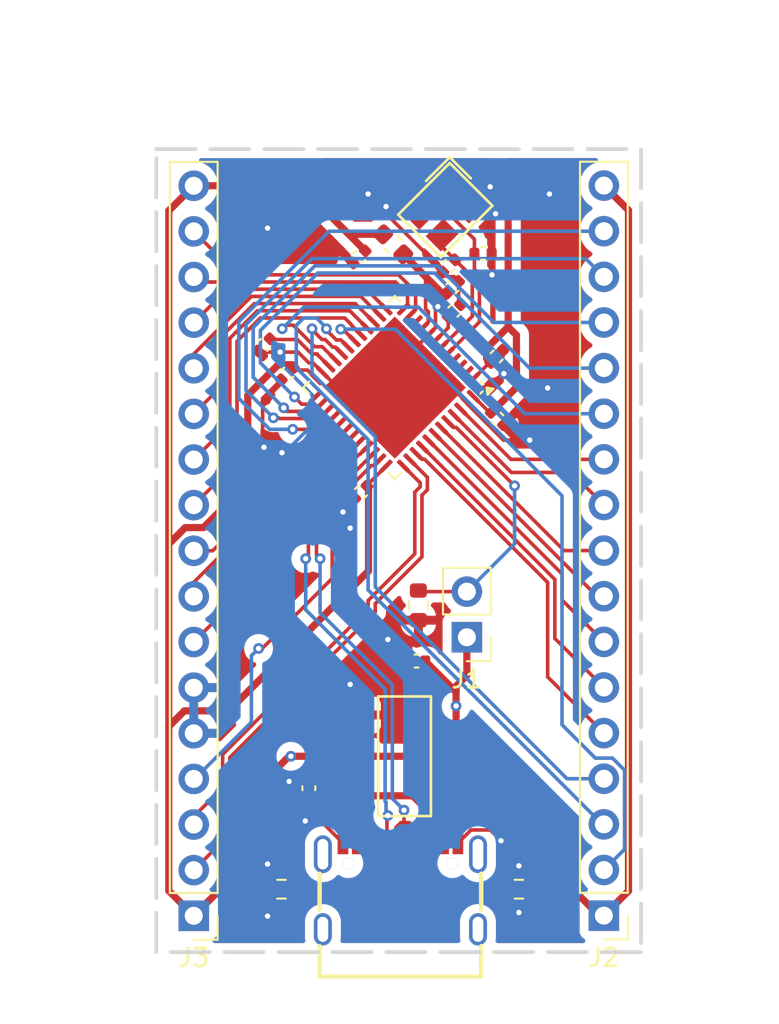
<source format=kicad_pcb>
(kicad_pcb (version 20240108) (generator "pcbnew") (generator_version "8.0")
  (layers (0 "F.Cu" signal) (31 "B.Cu" signal) (34 "B.Paste" user) (35 "F.Paste" user) (36 "B.SilkS" user "B.Silkscreen") (37 "F.SilkS" user "F.Silkscreen") (38 "B.Mask" user) (39 "F.Mask" user) (44 "Edge.Cuts" user))
  (net 0 "")
  (net 1 "GND")
  (net 2 "+3V3")
  (net 3 "+3.3VA")
  (net 4 "/XOT")
  (net 5 "/XIN")
  (net 6 "+5V")
  (net 7 "Net-(J1-Pin_2)")
  (net 8 "Net-(J2-Pin_2)")
  (net 9 "Net-(J2-Pin_10)")
  (net 10 "Net-(J2-Pin_14)")
  (net 11 "Net-(J2-Pin_7)")
  (net 12 "Net-(J2-Pin_5)")
  (net 13 "Net-(J2-Pin_13)")
  (net 14 "Net-(J2-Pin_6)")
  (net 15 "Net-(J2-Pin_12)")
  (net 16 "Net-(J2-Pin_8)")
  (net 17 "Net-(J2-Pin_4)")
  (net 18 "Net-(J2-Pin_9)")
  (net 19 "Net-(J2-Pin_15)")
  (net 20 "Net-(J2-Pin_16)")
  (net 21 "Net-(J2-Pin_11)")
  (net 22 "Net-(J2-Pin_3)")
  (net 23 "Net-(J3-Pin_12)")
  (net 24 "Net-(J3-Pin_10)")
  (net 25 "Net-(J3-Pin_2)")
  (net 26 "Net-(J3-Pin_9)")
  (net 27 "Net-(J3-Pin_8)")
  (net 28 "Net-(J3-Pin_16)")
  (net 29 "Net-(J3-Pin_11)")
  (net 30 "Net-(J3-Pin_3)")
  (net 31 "Net-(J3-Pin_4)")
  (net 32 "Net-(J3-Pin_14)")
  (net 33 "Net-(J3-Pin_15)")
  (net 34 "Net-(J3-Pin_7)")
  (net 35 "Net-(J3-Pin_13)")
  (net 36 "Net-(U3-CC2)")
  (net 37 "Net-(U3-CC1)")
  (net 39 "/USBD-")
  (net 41 "/USBD+")
  (net 46 "Net-(U4-NRST)")
  (net 47 "Net-(U4-VCAP1)")
  (footprint "Capacitor_SMD:C_0402_1005Metric" (layer "F.Cu") (at 104.4 90.9 -135)
    (property "Reference" "C2" (hide yes))
    (property "Value" "100nF")
  )
  (footprint "Connector_PinHeader_2.54mm:PinHeader_1x17_P2.54mm_Vertical" (layer "F.Cu") (at 95.089776 114.480951 180)
    (property "Reference" "J3")
    (property "Value" "Conn_01x17_Pin")
  )
  (footprint "Capacitor_SMD:C_0402_1005Metric" (layer "F.Cu") (at 107.5 100.3 180)
    (property "Reference" "C12" (hide yes))
    (property "Value" "20uF")
  )
  (footprint "Connector_PinHeader_2.54mm:PinHeader_1x02_P2.54mm_Vertical" (layer "F.Cu") (at 110.3 98.975 180)
    (property "Reference" "J1")
    (property "Value" "Conn_01x02_Pin")
  )
  (footprint "Capacitor_SMD:C_0402_1005Metric" (layer "F.Cu") (at 109.6 80.8 45)
    (property "Reference" "C1" (hide yes))
    (property "Value" "100nF")
  )
  (footprint "Capacitor_SMD:C_0402_1005Metric" (layer "F.Cu") (at 109.5 79.5 45)
    (property "Reference" "C7" (hide yes))
    (property "Value" "100nF")
  )
  (footprint "Capacitor_SMD:C_0402_1005Metric" (layer "F.Cu") (at 109.3 78.3 -135)
    (property "Reference" "C8" (hide yes))
    (property "Value" "13pF")
  )
  (footprint "az1117:SOT-223-3_L6.5-W3.4-P2.30-LS7.0-BR" (layer "F.Cu") (at 106.73 105.6 180)
    (property "Reference" "U2" (hide yes))
    (property "Value" "AZ1117H-3.3TRG1")
  )
  (footprint "Capacitor_SMD:C_0402_1005Metric" (layer "F.Cu") (at 112 86.8 -45)
    (property "Reference" "C4" (hide yes))
    (property "Value" "100nF")
  )
  (footprint "Capacitor_SMD:C_0402_1005Metric" (layer "F.Cu") (at 104.3 77.8 -135)
    (property "Reference" "C6" (hide yes))
    (property "Value" "100nF")
  )
  (footprint "Inductor_SMD:L_0603_1608Metric" (layer "F.Cu") (at 106.2 77.1 135)
    (property "Reference" "L1" (hide yes))
    (property "Value" "3nH")
  )
  (footprint "Capacitor_SMD:C_0402_1005Metric" (layer "F.Cu") (at 99 82.7 -135)
    (property "Reference" "C13" (hide yes))
    (property "Value" "4.7uF")
  )
  (footprint "x32:CRYSTAL-SMD_4P-L3.2-W2.5-BL" (layer "F.Cu") (at 109.1 75.2 -135)
    (property "Reference" "X1" (hide yes))
    (property "Value" "X322512MSB4SI")
  )
  (footprint "Capacitor_SMD:C_0402_1005Metric" (layer "F.Cu") (at 101.5 107.38 90)
    (property "Reference" "C11" (hide yes))
    (property "Value" "10uF")
  )
  (footprint "Capacitor_SMD:C_0402_1005Metric" (layer "F.Cu") (at 111.960589 83.339411 45)
    (property "Reference" "C5" (hide yes))
    (property "Value" "100nF")
  )
  (footprint "gt-usb-7010:USB-C-SMD_G-SWITCH_GT-USB-7010ASV" (layer "F.Cu") (at 106.6 112.8325)
    (property "Reference" "U3" (hide yes))
    (property "Value" "GT-USB-7010ASV")
  )
  (footprint "Capacitor_SMD:C_0402_1005Metric" (layer "F.Cu") (at 111.2 77.6)
    (property "Reference" "C9" (hide yes))
    (property "Value" "13pF")
  )
  (footprint "Resistor_SMD:R_0603_1608Metric" (layer "F.Cu") (at 113.2 113)
    (property "Reference" "R1" (hide yes))
    (property "Value" "5K1")
  )
  (footprint "Package_DFN_QFN:QFN-48-1EP_7x7mm_P0.5mm_EP5.6x5.6mm" (layer "F.Cu") (at 106.286136 85.075223 -135)
    (property "Reference" "U4" (hide yes))
    (property "Value" "STM32F411CCUx")
  )
  (footprint "Resistor_SMD:R_0603_1608Metric" (layer "F.Cu") (at 99.975 113 180)
    (property "Reference" "R3" (hide yes))
    (property "Value" "5K1")
  )
  (footprint "Resistor_SMD:R_0603_1608Metric" (layer "F.Cu") (at 107.6 97.2 -90)
    (property "Reference" "R2" (hide yes))
    (property "Value" "10K")
  )
  (footprint "Capacitor_SMD:C_0402_1005Metric" (layer "F.Cu") (at 100.3 84.3 -135)
    (property "Reference" "C3" (hide yes))
    (property "Value" "100nF")
  )
  (footprint "Connector_PinHeader_2.54mm:PinHeader_1x17_P2.54mm_Vertical" (layer "F.Cu") (at 117.929776 114.470951 180)
    (property "Reference" "J2")
    (property "Value" "Conn_01x17_Pin")
  )
  (gr_rect (start 93 71.8) (end 120 116.5) (stroke (width 0.2) (type dash)) (fill none) (layer "Edge.Cuts"))
  (segment (start 98.660589 83.039411) (end 98.721178 83.1) (width 0.2) (layer "F.Cu") (net 1))
  (segment (start 110.53 109.7025) (end 111.6025 109.7025) (width 0.2) (layer "F.Cu") (net 1))
  (segment (start 105.126917 89.416423) (end 105.446447 89.096893) (width 0.2) (layer "F.Cu") (net 1))
  (segment (start 101.5 83.7) (end 100.9 83.1) (width 0.2) (layer "F.Cu") (net 1))
  (segment (start 111.68 77.6) (end 111.68 75.62) (width 0.2) (layer "F.Cu") (net 1))
  (segment (start 98.92718 88.32718) (end 98.92718 85.67282) (width 0.2) (layer "F.Cu") (net 1))
  (segment (start 103.3 91.101918) (end 104.985495 89.416423) (width 0.2) (layer "F.Cu") (net 1))
  (segment (start 110.478858 75.023223) (end 110.478858 75.021142) (width 0.2) (layer "F.Cu") (net 1))
  (segment (start 109.221178 78.9) (end 108.960589 78.639411) (width 0.2) (layer "F.Cu") (net 1))
  (segment (start 109.839411 79.160589) (end 109.578822 78.9) (width 0.2) (layer "F.Cu") (net 1))
  (segment (start 105.8 75.4) (end 105.8 75) (width 0.2) (layer "F.Cu") (net 1))
  (segment (start 99 88.4) (end 98.92718 88.32718) (width 0.2) (layer "F.Cu") (net 1))
  (segment (start 112.33733 88) (end 113.8 88) (width 0.2) (layer "F.Cu") (net 1))
  (segment (start 102.264466 84.235534) (end 103.104155 85.075223) (width 0.2) (layer "F.Cu") (net 1))
  (segment (start 104.060589 92.639411) (end 104.060589 91.239411) (width 0.2) (layer "F.Cu") (net 1))
  (segment (start 108.960589 78.639411) (end 108.960589 78.560589) (width 0.2) (layer "F.Cu") (net 1))
  (segment (start 108.186485 82.114213) (end 106.286136 84.014562) (width 0.2) (layer "F.Cu") (net 1))
  (segment (start 109.839411 80.360589) (end 109.839411 79.160589) (width 0.2) (layer "F.Cu") (net 1))
  (segment (start 102.1675 109.2) (end 101.3 109.2) (width 0.2) (layer "F.Cu") (net 1))
  (segment (start 102.264466 84.235534) (end 101.728932 83.7) (width 0.2) (layer "F.Cu") (net 1))
  (segment (start 110.307806 85.970476) (end 112.33733 88) (width 0.2) (layer "F.Cu") (net 1))
  (segment (start 103.3 91.9) (end 103.3 91.101918) (width 0.2) (layer "F.Cu") (net 1))
  (segment (start 103.104155 85.075223) (end 106.286136 85.075223) (width 0.2) (layer "F.Cu") (net 1))
  (segment (start 111.6025 109.7025) (end 112.2 110.3) (width 0.2) (layer "F.Cu") (net 1))
  (segment (start 109.578822 78.9) (end 109.221178 78.9) (width 0.2) (layer "F.Cu") (net 1))
  (segment (start 111.68 75.62) (end 111.9 75.4) (width 0.2) (layer "F.Cu") (net 1))
  (segment (start 108.552463 80.702026) (end 108.552463 81.748235) (width 0.2) (layer "F.Cu") (net 1))
  (segment (start 110.478858 75.021142) (end 111.6 73.9) (width 0.2) (layer "F.Cu") (net 1))
  (segment (start 101.728932 83.7) (end 101.5 83.7) (width 0.2) (layer "F.Cu") (net 1))
  (segment (start 103.4 92) (end 103.3 91.9) (width 0.2) (layer "F.Cu") (net 1))
  (segment (start 112.3 84.238053) (end 112.361947 84.3) (width 0.2) (layer "F.Cu") (net 1))
  (segment (start 108.684441 80.570048) (end 108.552463 80.702026) (width 0.2) (layer "F.Cu") (net 1))
  (segment (start 103.8 92.9) (end 104.060589 92.639411) (width 0.2) (layer "F.Cu") (net 1))
  (segment (start 112.3 83) (end 112.3 84.238053) (width 0.2) (layer "F.Cu") (net 1))
  (segment (start 109.468117 85.075223) (end 106.286136 85.075223) (width 0.2) (layer "F.Cu") (net 1))
  (segment (start 110.307806 85.914912) (end 110.307806 85.970476) (width 0.2) (layer "F.Cu") (net 1))
  (segment (start 108.960589 78.560589) (end 105.8 75.4) (width 0.2) (layer "F.Cu") (net 1))
  (segment (start 106.286136 84.014562) (end 106.286136 85.075223) (width 0.2) (layer "F.Cu") (net 1))
  (segment (start 110.307806 85.914912) (end 109.468117 85.075223) (width 0.2) (layer "F.Cu") (net 1))
  (segment (start 109.8 110.4325) (end 110.53 109.7025) (width 0.2) (layer "F.Cu") (net 1))
  (segment (start 98.92718 85.67282) (end 99.960589 84.639411) (width 0.2) (layer "F.Cu") (net 1))
  (segment (start 100.9 83.1) (end 99.9 83.1) (width 0.2) (layer "F.Cu") (net 1))
  (segment (start 104.985495 89.416423) (end 105.126917 89.416423) (width 0.2) (layer "F.Cu") (net 1))
  (segment (start 103.4 110.4325) (end 102.1675 109.2) (width 0.2) (layer "F.Cu") (net 1))
  (segment (start 108.552463 81.748235) (end 108.186485 82.114213) (width 0.2) (layer "F.Cu") (net 1))
  (segment (start 98.721178 83.1) (end 99.9 83.1) (width 0.2) (layer "F.Cu") (net 1))
  (segment (start 109.939411 80.460589) (end 109.839411 80.360589) (width 0.2) (layer "F.Cu") (net 1))
  (via (at 111.7 78.8) (size 0.6) (drill 0.3) (layers "F.Cu" "B.Cu") (net 1))
  (via (at 101.3 109.2) (size 0.6) (drill 0.3) (layers "F.Cu" "B.Cu") (net 1))
  (via (at 114.8 85.1) (size 0.6) (drill 0.3) (layers "F.Cu" "B.Cu") (net 1))
  (via (at 113.2 114.3) (size 0.6) (drill 0.3) (layers "F.Cu" "B.Cu") (net 1))
  (via (at 111.9 75.4) (size 0.6) (drill 0.3) (layers "F.Cu" "B.Cu") (net 1))
  (via (at 114.9 74.3) (size 0.6) (drill 0.3) (layers "F.Cu" "B.Cu") (net 1))
  (via (at 100 88.7) (size 0.6) (drill 0.3) (layers "F.Cu" "B.Cu") (net 1))
  (via (at 103.4 92) (size 0.6) (drill 0.3) (layers "F.Cu" "B.Cu") (net 1))
  (via (at 108.684441 80.570048) (size 0.6) (drill 0.3) (layers "F.Cu" "B.Cu") (net 1))
  (via (at 112.361947 84.3) (size 0.6) (drill 0.3) (layers "F.Cu" "B.Cu") (net 1))
  (via (at 111.6 73.9) (size 0.6) (drill 0.3) (layers "F.Cu" "B.Cu") (net 1))
  (via (at 103.8 92.9) (size 0.6) (drill 0.3) (layers "F.Cu" "B.Cu") (net 1))
  (via (at 100.4 107) (size 0.6) (drill 0.3) (layers "F.Cu" "B.Cu") (net 1))
  (via (at 112.2 110.3) (size 0.6) (drill 0.3) (layers "F.Cu" "B.Cu") (net 1))
  (via (at 105.8 75) (size 0.6) (drill 0.3) (layers "F.Cu" "B.Cu") (net 1))
  (via (at 104.8 74.3) (size 0.6) (drill 0.3) (layers "F.Cu" "B.Cu") (net 1))
  (via (at 99.2 76.2) (size 0.6) (drill 0.3) (layers "F.Cu" "B.Cu") (net 1))
  (via (at 113.8 88) (size 0.6) (drill 0.3) (layers "F.Cu" "B.Cu") (net 1))
  (via (at 99.2 111.6) (size 0.6) (drill 0.3) (layers "F.Cu" "B.Cu") (net 1))
  (via (at 103.8 101.6) (size 0.6) (drill 0.3) (layers "F.Cu" "B.Cu") (net 1))
  (via (at 113.2 111.7) (size 0.6) (drill 0.3) (layers "F.Cu" "B.Cu") (net 1))
  (via (at 105.9 99.1) (size 0.6) (drill 0.3) (layers "F.Cu" "B.Cu") (net 1))
  (via (at 99.9 83.1) (size 0.6) (drill 0.3) (layers "F.Cu" "B.Cu") (net 1))
  (via (at 99.2 114.5) (size 0.6) (drill 0.3) (layers "F.Cu" "B.Cu") (net 1))
  (via (at 99 88.4) (size 0.6) (drill 0.3) (layers "F.Cu" "B.Cu") (net 1))
  (segment (start 112.361947 84.247554) (end 112.361947 84.3) (width 0.2) (layer "B.Cu") (net 1))
  (segment (start 101.7 85.5) (end 101.7 87.148529) (width 0.2) (layer "B.Cu") (net 1))
  (segment (start 113.161947 85.1) (end 114.8 85.1) (width 0.2) (layer "B.Cu") (net 1))
  (segment (start 112.361947 84.3) (end 113.161947 85.1) (width 0.2) (layer "B.Cu") (net 1))
  (segment (start 101.7 87.148529) (end 100.148529 88.7) (width 0.2) (layer "B.Cu") (net 1))
  (segment (start 100.148529 88.7) (end 100 88.7) (width 0.2) (layer "B.Cu") (net 1))
  (segment (start 99.9 83.1) (end 99.9 83.7) (width 0.2) (layer "B.Cu") (net 1))
  (segment (start 99.9 83.7) (end 101.7 85.5) (width 0.2) (layer "B.Cu") (net 1))
  (segment (start 109.7 105.6) (end 109.7 102.8) (width 0.4) (layer "F.Cu") (net 2))
  (segment (start 98.09988 85.496028) (end 99.795908 83.8) (width 0.4) (layer "F.Cu") (net 2))
  (segment (start 100.5 105.6) (end 100.4 105.6) (width 0.4) (layer "F.Cu") (net 2))
  (segment (start 104.739411 90.511035) (end 105.8 89.450446) (width 0.2) (layer "F.Cu") (net 2))
  (segment (start 104.822536 90.643714) (end 104.739411 90.560589) (width 0.4) (layer "F.Cu") (net 2))
  (segment (start 101.019773 73.840951) (end 103.639411 76.460589) (width 0.4) (layer "F.Cu") (net 2))
  (segment (start 97.4 112.2) (end 97.370727 112.2) (width 0.4) (layer "F.Cu") (net 2))
  (segment (start 103.76 105.6) (end 109.7 105.6) (width 0.4) (layer "F.Cu") (net 2))
  (segment (start 111.401975 82.893933) (end 111.401975 83.459619) (width 0.4) (layer "F.Cu") (net 2))
  (segment (start 93.7 103.2) (end 93.7 93.8) (width 0.4) (layer "F.Cu") (net 2))
  (segment (start 103.721975 76.543153) (end 103.639411 76.460589) (width 0.4) (layer "F.Cu") (net 2))
  (segment (start 95.089776 73.840951) (end 101.019773 73.840951) (width 0.4) (layer "F.Cu") (net 2))
  (segment (start 93.7 93.8) (end 93.7 75.230727) (width 0.4) (layer "F.Cu") (net 2))
  (segment (start 109.7 101.7) (end 110.3 101.1) (width 0.4) (layer "F.Cu") (net 2))
  (segment (start 111.401975 83.459619) (end 111.621178 83.678822) (width 0.4) (layer "F.Cu") (net 2))
  (segment (start 111.560589 86.460589) (end 110.661359 85.561359) (width 0.2) (layer "F.Cu") (net 2))
  (segment (start 113.061947 85.059231) (end 111.660589 86.460589) (width 0.4) (layer "F.Cu") (net 2))
  (segment (start 110.3 101.1) (end 110.3 98.975) (width 0.4) (layer "F.Cu") (net 2))
  (segment (start 93.7 113.091175) (end 93.7 103.2) (width 0.4) (layer "F.Cu") (net 2))
  (segment (start 95.629049 92.870951) (end 98.09988 90.40012) (width 0.4) (layer "F.Cu") (net 2))
  (segment (start 98.09988 90.40012) (end 98.09988 85.496028) (width 0.4) (layer "F.Cu") (net 2))
  (segment (start 97.036156 103.070951) (end 104.822536 95.284571) (width 0.4) (layer "F.Cu") (net 2))
  (segment (start 94.612009 92.870951) (end 95.629049 92.870951) (width 0.4) (layer "F.Cu") (net 2))
  (segment (start 103.639411 76.460589) (end 104.639411 77.460589) (width 0.4) (layer "F.Cu") (net 2))
  (segment (start 102.358821 72.501903) (end 111.501903 72.501903) (width 0.4) (layer "F.Cu") (net 2))
  (segment (start 94.572009 103.070951) (end 97.036156 103.070951) (width 0.4) (layer "F.Cu") (net 2))
  (segment (start 101.019773 73.840951) (end 102.358821 72.501903) (width 0.4) (layer "F.Cu") (net 2))
  (segment (start 111.501903 72.501903) (end 112.6 73.6) (width 0.4) (layer "F.Cu") (net 2))
  (segment (start 100.478822 83.8) (end 100.639411 83.960589) (width 0.4) (layer "F.Cu") (net 2))
  (segment (start 93.7 103.94296) (end 94.572009 103.070951) (width 0.4) (layer "F.Cu") (net 2))
  (segment (start 113.061947 82.157855) (end 113.061947 85.059231) (width 0.4) (layer "F.Cu") (net 2))
  (segment (start 103.76 105.6) (end 100.5 105.6) (width 0.4) (layer "F.Cu") (net 2))
  (segment (start 100.778822 84.1) (end 100.639411 83.960589) (width 0.2) (layer "F.Cu") (net 2))
  (segment (start 109.7 102.8) (end 109.7 102.02) (width 0.4) (layer "F.Cu") (net 2))
  (segment (start 95.089776 114.480951) (end 93.7 113.091175) (width 0.4) (layer "F.Cu") (net 2))
  (segment (start 100.4 105.6) (end 97.4 108.6) (width 0.4) (layer "F.Cu") (net 2))
  (segment (start 101.421826 84.1) (end 100.778822 84.1) (width 0.2) (layer "F.Cu") (net 2))
  (segment (start 112.6 73.6) (end 112.6 81.695908) (width 0.4) (layer "F.Cu") (net 2))
  (segment (start 105.643153 76.543153) (end 103.721975 76.543153) (width 0.4) (layer "F.Cu") (net 2))
  (segment (start 111.571624 83.678822) (end 110.661359 84.589087) (width 0.2) (layer "F.Cu") (net 2))
  (segment (start 104.822536 95.284571) (end 104.822536 90.643714) (width 0.4) (layer "F.Cu") (net 2))
  (segment (start 99.795908 83.8) (end 100.478822 83.8) (width 0.4) (layer "F.Cu") (net 2))
  (segment (start 93.7 75.230727) (end 95.089776 73.840951) (width 0.4) (layer "F.Cu") (net 2))
  (segment (start 104.739411 90.560589) (end 104.739411 90.511035) (width 0.2) (layer "F.Cu") (net 2))
  (segment (start 97.4 108.6) (end 97.4 112.2) (width 0.4) (layer "F.Cu") (net 2))
  (segment (start 112.6 81.695908) (end 113.061947 82.157855) (width 0.4) (layer "F.Cu") (net 2))
  (segment (start 93.7 93.78296) (end 94.612009 92.870951) (width 0.4) (layer "F.Cu") (net 2))
  (segment (start 111.621178 83.678822) (end 111.571624 83.678822) (width 0.2) (layer "F.Cu") (net 2))
  (segment (start 93.7 104.1) (end 93.7 103.94296) (width 0.4) (layer "F.Cu") (net 2))
  (segment (start 101.910913 84.589087) (end 101.421826 84.1) (width 0.2) (layer "F.Cu") (net 2))
  (segment (start 93.7 93.8) (end 93.7 93.78296) (width 0.4) (layer "F.Cu") (net 2))
  (segment (start 109.7 102.02) (end 109.7 101.7) (width 0.4) (layer "F.Cu") (net 2))
  (segment (start 97.370727 112.2) (end 95.089776 114.480951) (width 0.4) (layer "F.Cu") (net 2))
  (segment (start 111.660589 86.460589) (end 111.560589 86.460589) (width 0.2) (layer "F.Cu") (net 2))
  (segment (start 109.7 102.02) (end 107.98 100.3) (width 0.4) (layer "F.Cu") (net 2))
  (segment (start 112.6 81.695908) (end 111.401975 82.893933) (width 0.4) (layer "F.Cu") (net 2))
  (via (at 109.7 102.8) (size 0.6) (drill 0.3) (layers "F.Cu" "B.Cu") (net 2))
  (via (at 100.5 105.6) (size 0.6) (drill 0.3) (layers "F.Cu" "B.Cu") (net 2))
  (segment (start 106.756847 77.656847) (end 108 78.9) (width 0.4) (layer "F.Cu") (net 3))
  (segment (start 108.152463 81.441129) (end 108.152463 80.847537) (width 0.2) (layer "F.Cu") (net 3))
  (segment (start 108.939411 79.839411) (end 109.160589 79.839411) (width 0.4) (layer "F.Cu") (net 3))
  (segment (start 108 78.9) (end 108.939411 79.839411) (width 0.4) (layer "F.Cu") (net 3))
  (segment (start 108 80.695074) (end 108 78.9) (width 0.2) (layer "F.Cu") (net 3))
  (segment (start 107.832932 81.76066) (end 108.152463 81.441129) (width 0.2) (layer "F.Cu") (net 3))
  (segment (start 108.152463 80.847537) (end 108 80.695074) (width 0.2) (layer "F.Cu") (net 3))
  (segment (start 108.893592 82.82132) (end 110.6 81.114912) (width 0.2) (layer "F.Cu") (net 4))
  (segment (start 108.923223 77.244401) (end 108.923223 76.578858) (width 0.2) (layer "F.Cu") (net 4))
  (segment (start 110.6 78.921178) (end 108.923223 77.244401) (width 0.2) (layer "F.Cu") (net 4))
  (segment (start 110.6 81.114912) (end 110.6 78.921178) (width 0.2) (layer "F.Cu") (net 4))
  (segment (start 110.72 78.475492) (end 110.72 76.82) (width 0.2) (layer "F.Cu") (net 5))
  (segment (start 108.9 74.197919) (end 109.276777 73.821142) (width 0.2) (layer "F.Cu") (net 5))
  (segment (start 108.9 75) (end 108.9 74.197919) (width 0.2) (layer "F.Cu") (net 5))
  (segment (start 111 81.42202) (end 111 78.755492) (width 0.2) (layer "F.Cu") (net 5))
  (segment (start 109.247146 83.174874) (end 111 81.42202) (width 0.2) (layer "F.Cu") (net 5))
  (segment (start 110.72 76.82) (end 108.9 75) (width 0.2) (layer "F.Cu") (net 5))
  (segment (start 111 78.755492) (end 110.72 78.475492) (width 0.2) (layer "F.Cu") (net 5))
  (segment (start 109 109.5125) (end 109.4125 109.1) (width 0.4) (layer "F.Cu") (net 6))
  (segment (start 103.859999 107.8) (end 107.2875 107.8) (width 0.4) (layer "F.Cu") (net 6))
  (segment (start 103.759999 107.9) (end 101.68 107.9) (width 0.4) (layer "F.Cu") (net 6))
  (segment (start 109.4125 109.1) (end 112.3 109.1) (width 0.4) (layer "F.Cu") (net 6))
  (segment (start 104.2 108.340001) (end 104.2 110.4325) (width 0.4) (layer "F.Cu") (net 6))
  (segment (start 112.3 109.1) (end 117.670951 114.470951) (width 0.4) (layer "F.Cu") (net 6))
  (segment (start 107.2875 107.8) (end 109 109.5125) (width 0.4) (layer "F.Cu") (net 6))
  (segment (start 117.670951 114.470951) (end 117.929776 114.470951) (width 0.4) (layer "F.Cu") (net 6))
  (segment (start 109 109.5125) (end 109 110.4325) (width 0.4) (layer "F.Cu") (net 6))
  (segment (start 103.759999 107.9) (end 103.859999 107.8) (width 0.4) (layer "F.Cu") (net 6))
  (segment (start 117.929776 114.470951) (end 119.3 113.100727) (width 0.4) (layer "F.Cu") (net 6))
  (segment (start 119.3 75.201175) (end 117.929776 73.830951) (width 0.4) (layer "F.Cu") (net 6))
  (segment (start 103.759999 107.9) (end 104.2 108.340001) (width 0.4) (layer "F.Cu") (net 6))
  (segment (start 119.3 113.100727) (end 119.3 75.201175) (width 0.4) (layer "F.Cu") (net 6))
  (segment (start 109.708097 87.295103) (end 109.566677 87.295103) (width 0.2) (layer "F.Cu") (net 7))
  (segment (start 110.3 96.435) (end 107.66 96.435) (width 0.2) (layer "F.Cu") (net 7))
  (segment (start 112.956497 90.543503) (end 109.708097 87.295103) (width 0.2) (layer "F.Cu") (net 7))
  (segment (start 109.566677 87.295103) (end 109.247146 86.975572) (width 0.2) (layer "F.Cu") (net 7))
  (segment (start 107.66 96.435) (end 107.6 96.375) (width 0.2) (layer "F.Cu") (net 7))
  (via (at 112.956497 90.543503) (size 0.6) (drill 0.3) (layers "F.Cu" "B.Cu") (net 7))
  (segment (start 112.956497 90.543503) (end 112.956497 93.778503) (width 0.2) (layer "B.Cu") (net 7))
  (segment (start 112.956497 93.778503) (end 110.3 96.435) (width 0.2) (layer "B.Cu") (net 7))
  (segment (start 103.27621 81.824739) (end 103.389205 81.824739) (width 0.2) (layer "F.Cu") (net 8))
  (segment (start 103.389205 81.824739) (end 104.032233 82.467767) (width 0.2) (layer "F.Cu") (net 8))
  (via (at 103.27621 81.824739) (size 0.6) (drill 0.3) (layers "F.Cu" "B.Cu") (net 8))
  (segment (start 115.6 103.847521) (end 117.45343 105.700951) (width 0.2) (layer "B.Cu") (net 8))
  (segment (start 106.324742 81.824742) (end 115.6 91.1) (width 0.2) (layer "B.Cu") (net 8))
  (segment (start 103.27621 81.824739) (end 103.276213 81.824742) (width 0.2) (layer "B.Cu") (net 8))
  (segment (start 103.276213 81.824742) (end 106.324742 81.824742) (width 0.2) (layer "B.Cu") (net 8))
  (segment (start 118.406122 105.700951) (end 119.079776 106.374605) (width 0.2) (layer "B.Cu") (net 8))
  (segment (start 115.6 91.1) (end 115.6 103.847521) (width 0.2) (layer "B.Cu") (net 8))
  (segment (start 119.079776 110.780951) (end 117.929776 111.930951) (width 0.2) (layer "B.Cu") (net 8))
  (segment (start 117.45343 105.700951) (end 118.406122 105.700951) (width 0.2) (layer "B.Cu") (net 8))
  (segment (start 119.079776 106.374605) (end 119.079776 110.780951) (width 0.2) (layer "B.Cu") (net 8))
  (segment (start 116.118825 89.8) (end 117.929776 91.610951) (width 0.2) (layer "F.Cu") (net 9))
  (segment (start 112.77868 89.8) (end 116.118825 89.8) (width 0.2) (layer "F.Cu") (net 9))
  (segment (start 109.600699 86.622019) (end 112.77868 89.8) (width 0.2) (layer "F.Cu") (net 9))
  (segment (start 101.779378 86.4) (end 102.264466 85.914912) (width 0.2) (layer "F.Cu") (net 10))
  (segment (start 100.1 86.2) (end 100.3 86.4) (width 0.2) (layer "F.Cu") (net 10))
  (segment (start 100.3 86.4) (end 101.779378 86.4) (width 0.2) (layer "F.Cu") (net 10))
  (via (at 100.1 86.2) (size 0.6) (drill 0.3) (layers "F.Cu" "B.Cu") (net 10))
  (segment (start 98.4 81.734314) (end 101.834314 78.3) (width 0.2) (layer "B.Cu") (net 10))
  (segment (start 101.834314 78.3) (end 108.665686 78.3) (width 0.2) (layer "B.Cu") (net 10))
  (segment (start 111.816636 81.450951) (end 117.929776 81.450951) (width 0.2) (layer "B.Cu") (net 10))
  (segment (start 108.9 78.534315) (end 111.816636 81.450951) (width 0.2) (layer "B.Cu") (net 10))
  (segment (start 100.1 86.2) (end 98.4 84.5) (width 0.2) (layer "B.Cu") (net 10))
  (segment (start 98.4 84.5) (end 98.4 81.734314) (width 0.2) (layer "B.Cu") (net 10))
  (segment (start 108.665686 78.3) (end 108.9 78.534315) (width 0.2) (layer "B.Cu") (net 10))
  (segment (start 115.6 96.901175) (end 117.929776 99.230951) (width 0.2) (layer "F.Cu") (net 11))
  (segment (start 115.6 95.449748) (end 115.6 96.901175) (width 0.2) (layer "F.Cu") (net 11))
  (segment (start 108.186485 88.036233) (end 115.6 95.449748) (width 0.2) (layer "F.Cu") (net 11))
  (segment (start 107.798909 89.062869) (end 107.940329 89.062869) (width 0.2) (layer "F.Cu") (net 12))
  (segment (start 107.940329 89.062869) (end 114.8 95.92254) (width 0.2) (layer "F.Cu") (net 12))
  (segment (start 107.479379 88.743339) (end 107.798909 89.062869) (width 0.2) (layer "F.Cu") (net 12))
  (segment (start 114.8 101.181175) (end 117.929776 104.310951) (width 0.2) (layer "F.Cu") (net 12))
  (segment (start 114.8 95.92254) (end 114.8 101.181175) (width 0.2) (layer "F.Cu") (net 12))
  (segment (start 100.7 85.6) (end 101.1 86) (width 0.2) (layer "F.Cu") (net 13))
  (segment (start 101.472272 86) (end 101.910913 85.561359) (width 0.2) (layer "F.Cu") (net 13))
  (segment (start 101.1 86) (end 101.472272 86) (width 0.2) (layer "F.Cu") (net 13))
  (via (at 100.7 85.6) (size 0.6) (drill 0.3) (layers "F.Cu" "B.Cu") (net 13))
  (segment (start 100.7 85.6) (end 98.8 83.7) (width 0.2) (layer "B.Cu") (net 13))
  (segment (start 108.5 78.7) (end 113.790951 83.990951) (width 0.2) (layer "B.Cu") (net 13))
  (segment (start 113.790951 83.990951) (end 117.929776 83.990951) (width 0.2) (layer "B.Cu") (net 13))
  (segment (start 98.8 83.7) (end 98.8 81.9) (width 0.2) (layer "B.Cu") (net 13))
  (segment (start 98.8 81.9) (end 102 78.7) (width 0.2) (layer "B.Cu") (net 13))
  (segment (start 102 78.7) (end 108.5 78.7) (width 0.2) (layer "B.Cu") (net 13))
  (segment (start 115.2 99.041175) (end 117.929776 101.770951) (width 0.2) (layer "F.Cu") (net 14))
  (segment (start 107.832932 88.389786) (end 115.2 95.756854) (width 0.2) (layer "F.Cu") (net 14))
  (segment (start 115.2 95.756854) (end 115.2 99.041175) (width 0.2) (layer "F.Cu") (net 14))
  (segment (start 100.62802 81.601358) (end 100.216734 81.601358) (width 0.2) (layer "F.Cu") (net 15))
  (segment (start 100.216734 81.601358) (end 100.016735 81.801357) (width 0.2) (layer "F.Cu") (net 15))
  (segment (start 102.971573 83.528427) (end 102.244504 82.801358) (width 0.2) (layer "F.Cu") (net 15))
  (segment (start 101.82802 82.801358) (end 100.62802 81.601358) (width 0.2) (layer "F.Cu") (net 15))
  (segment (start 102.244504 82.801358) (end 101.82802 82.801358) (width 0.2) (layer "F.Cu") (net 15))
  (via (at 100.016735 81.801357) (size 0.6) (drill 0.3) (layers "F.Cu" "B.Cu") (net 15))
  (segment (start 101.218092 80.6) (end 107.6 80.6) (width 0.2) (layer "B.Cu") (net 15))
  (segment (start 100.016735 81.801357) (end 101.218092 80.6) (width 0.2) (layer "B.Cu") (net 15))
  (segment (start 113.530951 86.530951) (end 117.929776 86.530951) (width 0.2) (layer "B.Cu") (net 15))
  (segment (start 107.6 80.6) (end 113.530951 86.530951) (width 0.2) (layer "B.Cu") (net 15))
  (segment (start 117.548311 96.690951) (end 117.929776 96.690951) (width 0.2) (layer "F.Cu") (net 16))
  (segment (start 108.540039 87.682679) (end 117.548311 96.690951) (width 0.2) (layer "F.Cu") (net 16))
  (segment (start 102.833577 82.824745) (end 102.974997 82.824745) (width 0.2) (layer "F.Cu") (net 17))
  (segment (start 101.876552 82.001363) (end 101.876552 82.049887) (width 0.2) (layer "F.Cu") (net 17))
  (segment (start 101.876552 82.049887) (end 102.228023 82.401358) (width 0.2) (layer "F.Cu") (net 17))
  (segment (start 101.676547 81.801358) (end 101.876552 82.001363) (width 0.2) (layer "F.Cu") (net 17))
  (segment (start 102.41019 82.401358) (end 102.833577 82.824745) (width 0.2) (layer "F.Cu") (net 17))
  (segment (start 102.228023 82.401358) (end 102.41019 82.401358) (width 0.2) (layer "F.Cu") (net 17))
  (segment (start 102.974997 82.824745) (end 103.325126 83.174874) (width 0.2) (layer "F.Cu") (net 17))
  (via (at 101.676547 81.801358) (size 0.6) (drill 0.3) (layers "F.Cu" "B.Cu") (net 17))
  (segment (start 105.2 87.8) (end 105.2 96.175) (width 0.2) (layer "B.Cu") (net 17))
  (segment (start 101.676547 84.276547) (end 105.2 87.8) (width 0.2) (layer "B.Cu") (net 17))
  (segment (start 101.676547 81.801358) (end 101.676547 84.276547) (width 0.2) (layer "B.Cu") (net 17))
  (segment (start 115.875951 106.850951) (end 117.929776 106.850951) (width 0.2) (layer "B.Cu") (net 17))
  (segment (start 105.2 96.175) (end 115.875951 106.850951) (width 0.2) (layer "B.Cu") (net 17))
  (segment (start 115.715417 94.150951) (end 117.929776 94.150951) (width 0.2) (layer "F.Cu") (net 18))
  (segment (start 108.893592 87.329126) (end 115.715417 94.150951) (width 0.2) (layer "F.Cu") (net 18))
  (segment (start 99.809935 86.758464) (end 99.851471 86.8) (width 0.2) (layer "F.Cu") (net 19))
  (segment (start 99.52718 86.758464) (end 99.809935 86.758464) (width 0.2) (layer "F.Cu") (net 19))
  (segment (start 102.086486 86.8) (end 102.61802 86.268466) (width 0.2) (layer "F.Cu") (net 19))
  (segment (start 99.851471 86.8) (end 102.086486 86.8) (width 0.2) (layer "F.Cu") (net 19))
  (via (at 99.52718 86.758464) (size 0.6) (drill 0.3) (layers "F.Cu" "B.Cu") (net 19))
  (segment (start 99.52718 86.758464) (end 98 85.231284) (width 0.2) (layer "B.Cu") (net 19))
  (segment (start 98 81.568628) (end 101.668628 77.9) (width 0.2) (layer "B.Cu") (net 19))
  (segment (start 98 85.231284) (end 98 81.568628) (width 0.2) (layer "B.Cu") (net 19))
  (segment (start 116.918825 77.9) (end 117.929776 78.910951) (width 0.2) (layer "B.Cu") (net 19))
  (segment (start 101.668628 77.9) (end 116.918825 77.9) (width 0.2) (layer "B.Cu") (net 19))
  (segment (start 100.6 87.4) (end 102.193592 87.4) (width 0.2) (layer "F.Cu") (net 20))
  (segment (start 102.193592 87.4) (end 102.971573 86.622019) (width 0.2) (layer "F.Cu") (net 20))
  (via (at 100.6 87.4) (size 0.6) (drill 0.3) (layers "F.Cu" "B.Cu") (net 20))
  (segment (start 97.6 81.402942) (end 102.631991 76.370951) (width 0.2) (layer "B.Cu") (net 20))
  (segment (start 97.6 85.679813) (end 97.6 81.402942) (width 0.2) (layer "B.Cu") (net 20))
  (segment (start 100.6 87.4) (end 99.320187 87.4) (width 0.2) (layer "B.Cu") (net 20))
  (segment (start 102.631991 76.370951) (end 117.929776 76.370951) (width 0.2) (layer "B.Cu") (net 20))
  (segment (start 99.320187 87.4) (end 97.6 85.679813) (width 0.2) (layer "B.Cu") (net 20))
  (segment (start 112.756737 89.070951) (end 117.929776 89.070951) (width 0.2) (layer "F.Cu") (net 21))
  (segment (start 109.954252 86.268466) (end 112.756737 89.070951) (width 0.2) (layer "F.Cu") (net 21))
  (segment (start 103.282105 82.424745) (end 103.67868 82.82132) (width 0.2) (layer "F.Cu") (net 22))
  (segment (start 102.476549 81.801357) (end 102.476549 81.873607) (width 0.2) (layer "F.Cu") (net 22))
  (segment (start 102.476549 81.873607) (end 103.027687 82.424745) (width 0.2) (layer "F.Cu") (net 22))
  (segment (start 103.027687 82.424745) (end 103.282105 82.424745) (width 0.2) (layer "F.Cu") (net 22))
  (via (at 102.476549 81.801357) (size 0.6) (drill 0.3) (layers "F.Cu" "B.Cu") (net 22))
  (segment (start 102.476549 81.752829) (end 101.92372 81.2) (width 0.2) (layer "B.Cu") (net 22))
  (segment (start 104.8 87.965686) (end 104.8 96.340686) (width 0.2) (layer "B.Cu") (net 22))
  (segment (start 104.8 96.340686) (end 117.850265 109.390951) (width 0.2) (layer "B.Cu") (net 22))
  (segment (start 101.92372 81.2) (end 101.216735 81.2) (width 0.2) (layer "B.Cu") (net 22))
  (segment (start 100.8 81.616735) (end 100.8 83.965686) (width 0.2) (layer "B.Cu") (net 22))
  (segment (start 101.216735 81.2) (end 100.8 81.616735) (width 0.2) (layer "B.Cu") (net 22))
  (segment (start 117.850265 109.390951) (end 117.929776 109.390951) (width 0.2) (layer "B.Cu") (net 22))
  (segment (start 102.476549 81.801357) (end 102.476549 81.752829) (width 0.2) (layer "B.Cu") (net 22))
  (segment (start 100.8 83.965686) (end 104.8 87.965686) (width 0.2) (layer "B.Cu") (net 22))
  (segment (start 105.092893 81.407107) (end 104.087144 80.401358) (width 0.2) (layer "F.Cu") (net 23))
  (segment (start 104.087144 80.401358) (end 103.139552 80.401358) (width 0.2) (layer "F.Cu") (net 23))
  (segment (start 96.6 82.265686) (end 96.6 85.030727) (width 0.2) (layer "F.Cu") (net 23))
  (segment (start 103.139552 80.401358) (end 103.138194 80.4) (width 0.2) (layer "F.Cu") (net 23))
  (segment (start 103.138194 80.4) (end 98.465686 80.4) (width 0.2) (layer "F.Cu") (net 23))
  (segment (start 98.465686 80.4) (end 96.6 82.265686) (width 0.2) (layer "F.Cu") (net 23))
  (segment (start 96.6 85.030727) (end 95.089776 86.540951) (width 0.2) (layer "F.Cu") (net 23))
  (segment (start 103.501358 81.201358) (end 99.101358 81.201358) (width 0.2) (layer "F.Cu") (net 24))
  (segment (start 99.1 81.2) (end 98.797058 81.2) (width 0.2) (layer "F.Cu") (net 24))
  (segment (start 97.5 89.210727) (end 95.089776 91.620951) (width 0.2) (layer "F.Cu") (net 24))
  (segment (start 97.5 82.497058) (end 97.5 89.210727) (width 0.2) (layer "F.Cu") (net 24))
  (segment (start 103.856497 81.584923) (end 103.856497 81.556497) (width 0.2) (layer "F.Cu") (net 24))
  (segment (start 98.797058 81.2) (end 97.5 82.497058) (width 0.2) (layer "F.Cu") (net 24))
  (segment (start 99.101358 81.201358) (end 99.1 81.2) (width 0.2) (layer "F.Cu") (net 24))
  (segment (start 103.856497 81.556497) (end 103.501358 81.201358) (width 0.2) (layer "F.Cu") (net 24))
  (segment (start 104.385787 82.114213) (end 103.856497 81.584923) (width 0.2) (layer "F.Cu") (net 24))
  (segment (start 107.8 91.065686) (end 107.8 94.5) (width 0.2) (layer "F.Cu") (net 25))
  (segment (start 107.8 94.5) (end 105.2 97.1) (width 0.2) (layer "F.Cu") (net 25))
  (segment (start 107.125825 89.096893) (end 108.1 90.071068) (width 0.2) (layer "F.Cu") (net 25))
  (segment (start 105.2 97.565686) (end 97.1 105.665686) (width 0.2) (layer "F.Cu") (net 25))
  (segment (start 97.1 107.51105) (end 96.5 108.11105) (width 0.2) (layer "F.Cu") (net 25))
  (segment (start 96.5 108.11105) (end 96.5 110.530727) (width 0.2) (layer "F.Cu") (net 25))
  (segment (start 105.2 97.1) (end 105.2 97.565686) (width 0.2) (layer "F.Cu") (net 25))
  (segment (start 108.1 90.765686) (end 107.8 91.065686) (width 0.2) (layer "F.Cu") (net 25))
  (segment (start 108.1 90.071068) (end 108.1 90.765686) (width 0.2) (layer "F.Cu") (net 25))
  (segment (start 97.1 105.665686) (end 97.1 107.51105) (width 0.2) (layer "F.Cu") (net 25))
  (segment (start 96.5 110.530727) (end 95.089776 111.940951) (width 0.2) (layer "F.Cu") (net 25))
  (segment (start 96.139747 94.160951) (end 95.089776 94.160951) (width 0.2) (layer "F.Cu") (net 26))
  (segment (start 103.325126 86.975572) (end 96.139747 94.160951) (width 0.2) (layer "F.Cu") (net 26))
  (segment (start 103.67868 87.329126) (end 95.089776 95.91803) (width 0.2) (layer "F.Cu") (net 27))
  (segment (start 95.089776 95.91803) (end 95.089776 96.700951) (width 0.2) (layer "F.Cu") (net 27))
  (segment (start 97.508825 78.8) (end 95.089776 76.380951) (width 0.2) (layer "F.Cu") (net 28))
  (segment (start 104.161312 78.801358) (end 103.802292 78.801358) (width 0.2) (layer "F.Cu") (net 28))
  (segment (start 107.445356 80.734022) (end 107.445356 79.745356) (width 0.2) (layer "F.Cu") (net 28))
  (segment (start 106.5 78.8) (end 104.16267 78.8) (width 0.2) (layer "F.Cu") (net 28))
  (segment (start 103.802292 78.801358) (end 103.800934 78.8) (width 0.2) (layer "F.Cu") (net 28))
  (segment (start 104.16267 78.8) (end 104.161312 78.801358) (width 0.2) (layer "F.Cu") (net 28))
  (segment (start 107.125825 81.053553) (end 107.445356 80.734022) (width 0.2) (layer "F.Cu") (net 28))
  (segment (start 107.445356 79.745356) (end 106.5 78.8) (width 0.2) (layer "F.Cu") (net 28))
  (segment (start 103.800934 78.8) (end 97.508825 78.8) (width 0.2) (layer "F.Cu") (net 28))
  (segment (start 102.973867 80.801358) (end 102.972509 80.8) (width 0.2) (layer "F.Cu") (net 29))
  (segment (start 104.73934 81.76066) (end 103.780038 80.801358) (width 0.2) (layer "F.Cu") (net 29))
  (segment (start 102.972509 80.8) (end 98.631372 80.8) (width 0.2) (layer "F.Cu") (net 29))
  (segment (start 97.1 87.070727) (end 95.089776 89.080951) (width 0.2) (layer "F.Cu") (net 29))
  (segment (start 98.631372 80.8) (end 97.1 82.331372) (width 0.2) (layer "F.Cu") (net 29))
  (segment (start 103.780038 80.801358) (end 102.973867 80.801358) (width 0.2) (layer "F.Cu") (net 29))
  (segment (start 97.1 82.331372) (end 97.1 87.070727) (width 0.2) (layer "F.Cu") (net 29))
  (segment (start 107.4 94.334314) (end 104.8 96.934314) (width 0.2) (layer "F.Cu") (net 30))
  (segment (start 107.4 90.9) (end 107.4 94.334314) (width 0.2) (layer "F.Cu") (net 30))
  (segment (start 96.7 105.5) (end 96.7 107.345364) (width 0.2) (layer "F.Cu") (net 30))
  (segment (start 96.7 107.345364) (end 95.089776 108.955588) (width 0.2) (layer "F.Cu") (net 30))
  (segment (start 107.7 90.6) (end 107.4 90.9) (width 0.2) (layer "F.Cu") (net 30))
  (segment (start 106.772272 89.450446) (end 107.7 90.378174) (width 0.2) (layer "F.Cu") (net 30))
  (segment (start 95.089776 108.955588) (end 95.089776 109.400951) (width 0.2) (layer "F.Cu") (net 30))
  (segment (start 107.7 90.378174) (end 107.7 90.6) (width 0.2) (layer "F.Cu") (net 30))
  (segment (start 104.8 96.934314) (end 104.8 97.4) (width 0.2) (layer "F.Cu") (net 30))
  (segment (start 104.8 97.4) (end 96.7 105.5) (width 0.2) (layer "F.Cu") (net 30))
  (segment (start 98.7 99.6) (end 98.9 99.6) (width 0.2) (layer "F.Cu") (net 31))
  (segment (start 98.9 99.6) (end 102.8 95.7) (width 0.2) (layer "F.Cu") (net 31))
  (segment (start 102.8 95.7) (end 102.8 91.036232) (width 0.2) (layer "F.Cu") (net 31))
  (segment (start 102.8 91.036232) (end 105.092893 88.743339) (width 0.2) (layer "F.Cu") (net 31))
  (via (at 98.7 99.6) (size 0.6) (drill 0.3) (layers "F.Cu" "B.Cu") (net 31))
  (segment (start 98.3 100) (end 98.3 103.7) (width 0.2) (layer "B.Cu") (net 31))
  (segment (start 98.3 103.7) (end 95.139049 106.860951) (width 0.2) (layer "B.Cu") (net 31))
  (segment (start 98.7 99.6) (end 98.3 100) (width 0.2) (layer "B.Cu") (net 31))
  (segment (start 95.139049 106.860951) (end 95.089776 106.860951) (width 0.2) (layer "B.Cu") (net 31))
  (segment (start 105.8 80.7) (end 104.7 79.6) (width 0.2) (layer "F.Cu") (net 32))
  (segment (start 104.7 79.6) (end 104.494042 79.6) (width 0.2) (layer "F.Cu") (net 32))
  (segment (start 104.494042 79.6) (end 104.492684 79.601358) (width 0.2) (layer "F.Cu") (net 32))
  (segment (start 103.469564 79.6) (end 96.950727 79.6) (width 0.2) (layer "F.Cu") (net 32))
  (segment (start 103.470922 79.601358) (end 103.469564 79.6) (width 0.2) (layer "F.Cu") (net 32))
  (segment (start 104.492684 79.601358) (end 103.470922 79.601358) (width 0.2) (layer "F.Cu") (net 32))
  (segment (start 96.950727 79.6) (end 95.089776 81.460951) (width 0.2) (layer "F.Cu") (net 32))
  (segment (start 106.334314 79.2) (end 104.328356 79.2) (width 0.2) (layer "F.Cu") (net 33))
  (segment (start 104.328356 79.2) (end 104.326998 79.201358) (width 0.2) (layer "F.Cu") (net 33))
  (segment (start 103.635249 79.2) (end 95.368825 79.2) (width 0.2) (layer "F.Cu") (net 33))
  (segment (start 106.772272 80.7) (end 106.995496 80.476776) (width 0.2) (layer "F.Cu") (net 33))
  (segment (start 104.326998 79.201358) (end 103.636607 79.201358) (width 0.2) (layer "F.Cu") (net 33))
  (segment (start 95.368825 79.2) (end 95.089776 78.920951) (width 0.2) (layer "F.Cu") (net 33))
  (segment (start 106.995496 80.476776) (end 106.995496 79.861182) (width 0.2) (layer "F.Cu") (net 33))
  (segment (start 103.636607 79.201358) (end 103.635249 79.2) (width 0.2) (layer "F.Cu") (net 33))
  (segment (start 106.995496 79.861182) (end 106.334314 79.2) (width 0.2) (layer "F.Cu") (net 33))
  (segment (start 104.032233 87.682679) (end 104.017321 87.682679) (width 0.2) (layer "F.Cu") (net 34))
  (segment (start 96.9 94.8) (end 96.9 97.430727) (width 0.2) (layer "F.Cu") (net 34))
  (segment (start 96.9 97.430727) (end 95.089776 99.240951) (width 0.2) (layer "F.Cu") (net 34))
  (segment (start 104.017321 87.682679) (end 96.9 94.8) (width 0.2) (layer "F.Cu") (net 34))
  (segment (start 103.305237 80.001358) (end 103.303879 80) (width 0.2) (layer "F.Cu") (net 35))
  (segment (start 95.089776 83.210224) (end 95.089776 84.000951) (width 0.2) (layer "F.Cu") (net 35))
  (segment (start 105.446447 81.053553) (end 104.394252 80.001358) (width 0.2) (layer "F.Cu") (net 35))
  (segment (start 98.3 80) (end 95.089776 83.210224) (width 0.2) (layer "F.Cu") (net 35))
  (segment (start 104.394252 80.001358) (end 103.305237 80.001358) (width 0.2) (layer "F.Cu") (net 35))
  (segment (start 103.303879 80) (end 98.3 80) (width 0.2) (layer "F.Cu") (net 35))
  (segment (start 108.35 110.4325) (end 108.35 112.25) (width 0.2) (layer "F.Cu") (net 36))
  (segment (start 109.1 113) (end 112.275 113) (width 0.2) (layer "F.Cu") (net 36))
  (segment (start 108.35 112.25) (end 109.1 113) (width 0.2) (layer "F.Cu") (net 36))
  (segment (start 112.275 113) (end 112.375 113.1) (width 0.2) (layer "F.Cu") (net 36))
  (segment (start 105.35 112.35) (end 104.7 113) (width 0.2) (layer "F.Cu") (net 37))
  (segment (start 104.7 113) (end 100.8 113) (width 0.2) (layer "F.Cu") (net 37))
  (segment (start 105.35 110.4325) (end 105.35 112.35) (width 0.2) (layer "F.Cu") (net 37))
  (segment (start 105.85 111.3025) (end 106.0475 111.5) (width 0.2) (layer "F.Cu") (net 39))
  (segment (start 101.475 90.982376) (end 103.990071 88.467305) (width 0.2) (layer "F.Cu") (net 39))
  (segment (start 105.9 108.9) (end 105.85 108.95) (width 0.2) (layer "F.Cu") (net 39))
  (segment (start 103.990071 88.431949) (end 104.385787 88.036233) (width 0.2) (layer "F.Cu") (net 39))
  (segment (start 101.325 94.6) (end 101.475 94.45) (width 0.2) (layer "F.Cu") (net 39))
  (segment (start 106.0475 111.5) (end 106.6 111.5) (width 0.2) (layer "F.Cu") (net 39))
  (segment (start 103.990071 88.467305) (end 103.990071 88.431949) (width 0.2) (layer "F.Cu") (net 39))
  (segment (start 106.85 111.25) (end 106.85 110.4325) (width 0.2) (layer "F.Cu") (net 39))
  (segment (start 105.85 110.4325) (end 105.85 111.3025) (width 0.2) (layer "F.Cu") (net 39))
  (segment (start 106.6 111.5) (end 106.85 111.25) (width 0.2) (layer "F.Cu") (net 39))
  (segment (start 105.85 108.95) (end 105.85 110.4325) (width 0.2) (layer "F.Cu") (net 39))
  (segment (start 101.475 94.45) (end 101.475 90.982376) (width 0.2) (layer "F.Cu") (net 39))
  (via (at 101.325 94.6) (size 0.6) (drill 0.3) (layers "F.Cu" "B.Cu") (net 39))
  (via (at 105.9 108.9) (size 0.6) (drill 0.3) (layers "F.Cu" "B.Cu") (net 39))
  (segment (start 101.325 94.6) (end 101.325 97.443199) (width 0.2) (layer "B.Cu") (net 39))
  (segment (start 105.747887 108.113573) (end 105.8 108.165686) (width 0.2) (layer "B.Cu") (net 39))
  (segment (start 101.325 97.443199) (end 105.747887 101.866086) (width 0.2) (layer "B.Cu") (net 39))
  (segment (start 105.8 108.8) (end 105.9 108.9) (width 0.2) (layer "B.Cu") (net 39))
  (segment (start 105.747887 101.866086) (end 105.747887 108.113573) (width 0.2) (layer "B.Cu") (net 39))
  (segment (start 105.8 108.165686) (end 105.8 108.8) (width 0.2) (layer "B.Cu") (net 39))
  (segment (start 107.35 109.55) (end 107.35 110.4325) (width 0.2) (layer "F.Cu") (net 41))
  (segment (start 104.343624 88.785502) (end 104.73934 88.389786) (width 0.2) (layer "F.Cu") (net 41))
  (segment (start 107.1 109.3) (end 107.35 109.55) (width 0.2) (layer "F.Cu") (net 41))
  (segment (start 101.925 91.16877) (end 104.308268 88.785502) (width 0.2) (layer "F.Cu") (net 41))
  (segment (start 101.925 94.399997) (end 101.925 91.16877) (width 0.2) (layer "F.Cu") (net 41))
  (segment (start 106.8 109.2) (end 106.9 109.3) (width 0.2) (layer "F.Cu") (net 41))
  (segment (start 106.8 108.6) (end 106.8 109.2) (width 0.2) (layer "F.Cu") (net 41))
  (segment (start 106.6125 109.3) (end 106.9 109.3) (width 0.2) (layer "F.Cu") (net 41))
  (segment (start 106.9 109.3) (end 107.1 109.3) (width 0.2) (layer "F.Cu") (net 41))
  (segment (start 106.35 109.5625) (end 106.6125 109.3) (width 0.2) (layer "F.Cu") (net 41))
  (segment (start 104.308268 88.785502) (end 104.343624 88.785502) (width 0.2) (layer "F.Cu") (net 41))
  (segment (start 102.125003 94.6) (end 101.925 94.399997) (width 0.2) (layer "F.Cu") (net 41))
  (segment (start 106.35 110.4325) (end 106.35 109.5625) (width 0.2) (layer "F.Cu") (net 41))
  (via (at 106.8 108.6) (size 0.6) (drill 0.3) (layers "F.Cu" "B.Cu") (net 41))
  (via (at 102.125003 94.6) (size 0.6) (drill 0.3) (layers "F.Cu" "B.Cu") (net 41))
  (segment (start 106.147887 101.629688) (end 106.147887 107.947887) (width 0.2) (layer "B.Cu") (net 41))
  (segment (start 102.125003 97.606804) (end 106.147887 101.629688) (width 0.2) (layer "B.Cu") (net 41))
  (segment (start 106.147887 107.947887) (end 106.8 108.6) (width 0.2) (layer "B.Cu") (net 41))
  (segment (start 102.125003 94.6) (end 102.125003 97.606804) (width 0.2) (layer "B.Cu") (net 41))
  (segment (start 108.540039 82.467767) (end 109.260589 81.747217) (width 0.2) (layer "F.Cu") (net 46))
  (segment (start 109.260589 81.747217) (end 109.260589 81.139411) (width 0.2) (layer "F.Cu") (net 46))
  (segment (start 102.61802 83.88198) (end 101.960976 83.224936) (width 0.2) (layer "F.Cu") (net 47))
  (segment (start 101.960976 83.224936) (end 101.960976 83.201358) (width 0.2) (layer "F.Cu") (net 47))
  (segment (start 101.662334 83.201358) (end 101.42802 82.967043) (width 0.2) (layer "F.Cu") (net 47))
  (segment (start 101.960976 83.201358) (end 101.662334 83.201358) (width 0.2) (layer "F.Cu") (net 47))
  (segment (start 100.862333 82.401357) (end 99.380179 82.401357) (width 0.2) (layer "F.Cu") (net 47))
  (segment (start 99.380179 82.401357) (end 99.339411 82.360589) (width 0.2) (layer "F.Cu") (net 47))
  (segment (start 101.42802 82.967043) (end 100.862333 82.401357) (width 0.2) (layer "F.Cu") (net 47))
  (zone (net 1) (net_name "GND") (layers "F&B.Cu") (connect_pads (clearance 0.5)) (min_thickness 0.25) (fill yes (thermal_gap 0.5) (thermal_bridge_width 0.5))
    (polygon (pts (xy 84.7 63.6) (xy 127.7 63.5) (xy 127.4 120.5) (xy 84.3 120.5)))
  )
)
</source>
